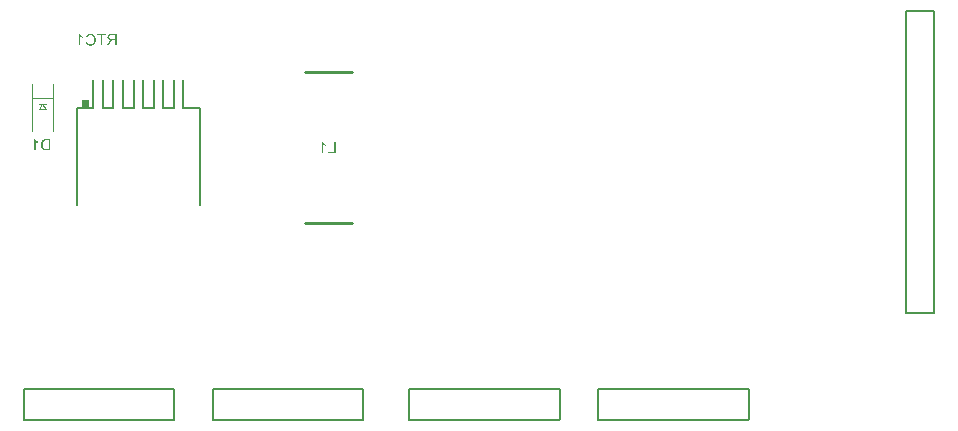
<source format=gbr>
%TF.GenerationSoftware,Altium Limited,Altium Designer,24.6.1 (21)*%
G04 Layer_Color=32896*
%FSLAX45Y45*%
%MOMM*%
%TF.SameCoordinates,C77CD831-7174-4571-8234-5D84135F7459*%
%TF.FilePolarity,Positive*%
%TF.FileFunction,Legend,Bot*%
%TF.Part,Single*%
G01*
G75*
%TA.AperFunction,NonConductor*%
%ADD36C,0.10000*%
%ADD37C,0.20000*%
%ADD38C,0.25400*%
G36*
X4063100Y5209520D02*
X4003100D01*
Y5279520D01*
X4063100D01*
Y5209520D01*
D02*
G37*
G36*
X3610195Y4948857D02*
X3611830Y4946480D01*
X3613613Y4944251D01*
X3615396Y4942171D01*
X3617030Y4940536D01*
X3618368Y4939199D01*
X3619259Y4938307D01*
X3619408Y4938159D01*
X3619556Y4938010D01*
X3622380Y4935633D01*
X3625351Y4933404D01*
X3628323Y4931472D01*
X3630998Y4929838D01*
X3633375Y4928500D01*
X3634415Y4928055D01*
X3635307Y4927609D01*
X3635901Y4927163D01*
X3636496Y4926866D01*
X3636793Y4926717D01*
X3636941D01*
Y4914979D01*
X3634861Y4915870D01*
X3632632Y4916910D01*
X3630552Y4917802D01*
X3628620Y4918842D01*
X3626986Y4919734D01*
X3625649Y4920477D01*
X3624757Y4921071D01*
X3624608Y4921220D01*
X3624460D01*
X3621934Y4922705D01*
X3619705Y4924340D01*
X3617773Y4925677D01*
X3616139Y4927015D01*
X3614802Y4928055D01*
X3613761Y4928798D01*
X3613167Y4929392D01*
X3613018Y4929541D01*
Y4853165D01*
X3600983D01*
Y4951235D01*
X3608858D01*
X3610195Y4948857D01*
D02*
G37*
G36*
X3739617Y4853165D02*
X3704550D01*
X3701281Y4853314D01*
X3698309Y4853462D01*
X3695634Y4853760D01*
X3693406Y4854057D01*
X3691474Y4854354D01*
X3690137Y4854503D01*
X3689245Y4854800D01*
X3688948D01*
X3686422Y4855543D01*
X3684193Y4856286D01*
X3682261Y4857029D01*
X3680627Y4857772D01*
X3679290Y4858515D01*
X3678249Y4859109D01*
X3677506Y4859406D01*
X3677358Y4859555D01*
X3675575Y4860892D01*
X3673940Y4862378D01*
X3672306Y4863864D01*
X3671117Y4865201D01*
X3669928Y4866538D01*
X3669185Y4867579D01*
X3668591Y4868173D01*
X3668442Y4868470D01*
X3666957Y4870699D01*
X3665619Y4873076D01*
X3664431Y4875454D01*
X3663539Y4877683D01*
X3662796Y4879763D01*
X3662202Y4881249D01*
X3662053Y4881843D01*
X3661905Y4882289D01*
X3661756Y4882586D01*
Y4882735D01*
X3660864Y4886004D01*
X3660270Y4889421D01*
X3659676Y4892839D01*
X3659379Y4895811D01*
X3659230Y4898485D01*
Y4899674D01*
X3659081Y4900566D01*
Y4901457D01*
Y4902051D01*
Y4902349D01*
Y4902497D01*
X3659230Y4907252D01*
X3659676Y4911561D01*
X3660270Y4915425D01*
X3660716Y4917208D01*
X3661013Y4918842D01*
X3661310Y4920328D01*
X3661756Y4921665D01*
X3662053Y4922854D01*
X3662350Y4923746D01*
X3662647Y4924488D01*
X3662796Y4925083D01*
X3662945Y4925380D01*
Y4925529D01*
X3664579Y4929243D01*
X3666362Y4932512D01*
X3668294Y4935336D01*
X3670226Y4937713D01*
X3671860Y4939645D01*
X3673197Y4941131D01*
X3674238Y4942022D01*
X3674386Y4942319D01*
X3674535D01*
X3676912Y4944102D01*
X3679290Y4945588D01*
X3681667Y4946777D01*
X3683896Y4947669D01*
X3685828Y4948411D01*
X3687462Y4948857D01*
X3688056Y4949154D01*
X3688354D01*
X3688651Y4949303D01*
X3688799D01*
X3691177Y4949749D01*
X3694000Y4950195D01*
X3696972Y4950492D01*
X3699646Y4950640D01*
X3702172Y4950789D01*
X3739617D01*
Y4853165D01*
D02*
G37*
G36*
X6046891Y4923457D02*
X6048525Y4921080D01*
X6050308Y4918851D01*
X6052092Y4916771D01*
X6053726Y4915136D01*
X6055063Y4913799D01*
X6055955Y4912907D01*
X6056103Y4912759D01*
X6056252Y4912610D01*
X6059075Y4910233D01*
X6062047Y4908004D01*
X6065019Y4906072D01*
X6067693Y4904438D01*
X6070071Y4903100D01*
X6071111Y4902655D01*
X6072003Y4902209D01*
X6072597Y4901763D01*
X6073191Y4901466D01*
X6073488Y4901317D01*
X6073637D01*
Y4889579D01*
X6071557Y4890470D01*
X6069328Y4891510D01*
X6067248Y4892402D01*
X6065316Y4893442D01*
X6063682Y4894334D01*
X6062344Y4895077D01*
X6061453Y4895671D01*
X6061304Y4895820D01*
X6061156D01*
X6058629Y4897305D01*
X6056401Y4898940D01*
X6054469Y4900277D01*
X6052834Y4901615D01*
X6051497Y4902655D01*
X6050457Y4903398D01*
X6049863Y4903992D01*
X6049714Y4904141D01*
Y4827765D01*
X6037678D01*
Y4925835D01*
X6045554D01*
X6046891Y4923457D01*
D02*
G37*
G36*
X6154321Y4827765D02*
X6093400D01*
Y4839207D01*
X6141394D01*
Y4925389D01*
X6154321D01*
Y4827765D01*
D02*
G37*
G36*
X3989381Y5838080D02*
X3991016Y5835703D01*
X3992799Y5833474D01*
X3994582Y5831394D01*
X3996216Y5829759D01*
X3997554Y5828422D01*
X3998445Y5827530D01*
X3998594Y5827382D01*
X3998742Y5827233D01*
X4001566Y5824856D01*
X4004537Y5822627D01*
X4007509Y5820695D01*
X4010184Y5819061D01*
X4012561Y5817723D01*
X4013601Y5817278D01*
X4014493Y5816832D01*
X4015087Y5816386D01*
X4015682Y5816089D01*
X4015979Y5815940D01*
X4016127D01*
Y5804202D01*
X4014047Y5805093D01*
X4011818Y5806133D01*
X4009738Y5807025D01*
X4007806Y5808065D01*
X4006172Y5808957D01*
X4004835Y5809700D01*
X4003943Y5810294D01*
X4003794Y5810443D01*
X4003646D01*
X4001120Y5811928D01*
X3998891Y5813563D01*
X3996959Y5814900D01*
X3995325Y5816238D01*
X3993987Y5817278D01*
X3992947Y5818021D01*
X3992353Y5818615D01*
X3992204Y5818764D01*
Y5742388D01*
X3980169D01*
Y5840458D01*
X3988044D01*
X3989381Y5838080D01*
D02*
G37*
G36*
X4081358Y5841349D02*
X4085816Y5840755D01*
X4089828Y5839715D01*
X4091611Y5839269D01*
X4093246Y5838675D01*
X4094731Y5838080D01*
X4096217Y5837635D01*
X4097406Y5837040D01*
X4098298Y5836594D01*
X4099189Y5836297D01*
X4099784Y5836000D01*
X4100081Y5835703D01*
X4100229D01*
X4103944Y5833325D01*
X4107362Y5830502D01*
X4110185Y5827679D01*
X4112414Y5824856D01*
X4114345Y5822330D01*
X4115088Y5821290D01*
X4115683Y5820398D01*
X4116128Y5819507D01*
X4116426Y5818912D01*
X4116723Y5818615D01*
Y5818466D01*
X4118654Y5814157D01*
X4120140Y5809551D01*
X4121032Y5805093D01*
X4121775Y5800933D01*
X4122072Y5799001D01*
X4122221Y5797367D01*
X4122369Y5795732D01*
Y5794395D01*
X4122518Y5793355D01*
Y5792612D01*
Y5792017D01*
Y5791869D01*
X4122369Y5786668D01*
X4121775Y5781913D01*
X4120883Y5777456D01*
X4120438Y5775375D01*
X4119992Y5773592D01*
X4119546Y5771809D01*
X4119100Y5770323D01*
X4118654Y5768986D01*
X4118209Y5767797D01*
X4117911Y5766906D01*
X4117614Y5766311D01*
X4117466Y5765866D01*
Y5765717D01*
X4115385Y5761408D01*
X4112859Y5757693D01*
X4110482Y5754424D01*
X4107956Y5751898D01*
X4105876Y5749818D01*
X4104093Y5748332D01*
X4103350Y5747886D01*
X4102904Y5747440D01*
X4102607Y5747292D01*
X4102458Y5747143D01*
X4100526Y5745954D01*
X4098446Y5745063D01*
X4094286Y5743428D01*
X4089977Y5742388D01*
X4085816Y5741497D01*
X4084033Y5741348D01*
X4082250Y5741051D01*
X4080764Y5740902D01*
X4079427D01*
X4078238Y5740754D01*
X4076752D01*
X4073929Y5740902D01*
X4071254Y5741051D01*
X4066351Y5742091D01*
X4064122Y5742685D01*
X4061893Y5743428D01*
X4059961Y5744171D01*
X4058178Y5744914D01*
X4056544Y5745657D01*
X4055207Y5746400D01*
X4054018Y5747143D01*
X4052978Y5747738D01*
X4052086Y5748332D01*
X4051492Y5748778D01*
X4051195Y5748926D01*
X4051046Y5749075D01*
X4049114Y5750709D01*
X4047331Y5752492D01*
X4044359Y5756356D01*
X4041685Y5760368D01*
X4039753Y5764380D01*
X4038862Y5766163D01*
X4038267Y5767797D01*
X4037673Y5769432D01*
X4037079Y5770620D01*
X4036781Y5771809D01*
X4036484Y5772552D01*
X4036336Y5773146D01*
Y5773295D01*
X4049263Y5776564D01*
X4050452Y5772255D01*
X4051938Y5768392D01*
X4053721Y5765271D01*
X4055355Y5762597D01*
X4056990Y5760665D01*
X4058327Y5759179D01*
X4059218Y5758287D01*
X4059367Y5758139D01*
X4059516Y5757990D01*
X4062487Y5755910D01*
X4065459Y5754424D01*
X4068580Y5753235D01*
X4071403Y5752492D01*
X4073929Y5752047D01*
X4075118Y5751898D01*
X4076009D01*
X4076752Y5751749D01*
X4077792D01*
X4081061Y5751898D01*
X4084182Y5752492D01*
X4087005Y5753235D01*
X4089382Y5753978D01*
X4091462Y5754870D01*
X4093097Y5755464D01*
X4093691Y5755761D01*
X4094137Y5756059D01*
X4094286Y5756207D01*
X4094434D01*
X4097109Y5758139D01*
X4099338Y5760368D01*
X4101269Y5762597D01*
X4102904Y5764974D01*
X4104093Y5766906D01*
X4104836Y5768689D01*
X4105133Y5769283D01*
X4105430Y5769729D01*
X4105579Y5770026D01*
Y5770175D01*
X4106767Y5773741D01*
X4107659Y5777456D01*
X4108253Y5781170D01*
X4108699Y5784588D01*
X4108848Y5786074D01*
X4108996Y5787411D01*
Y5788748D01*
X4109145Y5789789D01*
Y5790680D01*
Y5791274D01*
Y5791720D01*
Y5791869D01*
X4108996Y5795435D01*
X4108699Y5798853D01*
X4108253Y5801973D01*
X4107659Y5804796D01*
X4107064Y5807174D01*
X4106916Y5808214D01*
X4106619Y5808957D01*
X4106470Y5809700D01*
X4106321Y5810145D01*
X4106173Y5810443D01*
Y5810591D01*
X4104836Y5813860D01*
X4103201Y5816832D01*
X4101418Y5819209D01*
X4099784Y5821290D01*
X4098149Y5822924D01*
X4096812Y5824113D01*
X4095920Y5824856D01*
X4095772Y5825153D01*
X4095623D01*
X4092651Y5826936D01*
X4089531Y5828273D01*
X4086410Y5829313D01*
X4083439Y5829908D01*
X4080764Y5830354D01*
X4079724Y5830502D01*
X4078684D01*
X4077941Y5830651D01*
X4076901D01*
X4073334Y5830502D01*
X4070214Y5829908D01*
X4067391Y5829165D01*
X4065162Y5828273D01*
X4063230Y5827233D01*
X4061893Y5826490D01*
X4061002Y5825896D01*
X4060704Y5825747D01*
X4058327Y5823667D01*
X4056395Y5821290D01*
X4054612Y5818615D01*
X4053275Y5816089D01*
X4052235Y5813860D01*
X4051789Y5812820D01*
X4051343Y5811928D01*
X4051046Y5811185D01*
X4050897Y5810591D01*
X4050749Y5810294D01*
Y5810145D01*
X4037970Y5813117D01*
X4039753Y5817872D01*
X4040793Y5820101D01*
X4041833Y5822033D01*
X4043022Y5823964D01*
X4044211Y5825747D01*
X4045251Y5827233D01*
X4046440Y5828719D01*
X4047480Y5829908D01*
X4048520Y5830948D01*
X4049560Y5831988D01*
X4050303Y5832731D01*
X4051046Y5833325D01*
X4051492Y5833771D01*
X4051789Y5833920D01*
X4051938Y5834068D01*
X4053869Y5835406D01*
X4055801Y5836594D01*
X4057881Y5837635D01*
X4059961Y5838526D01*
X4064122Y5839863D01*
X4067985Y5840755D01*
X4069768Y5841052D01*
X4071403Y5841201D01*
X4072889Y5841349D01*
X4074077Y5841498D01*
X4075118Y5841646D01*
X4076603D01*
X4081358Y5841349D01*
D02*
G37*
G36*
X4300231Y5742388D02*
X4287304D01*
Y5785777D01*
X4270662D01*
X4269176Y5785628D01*
X4267987D01*
X4266947Y5785479D01*
X4266204Y5785331D01*
X4265610D01*
X4265313Y5785182D01*
X4265164D01*
X4262935Y5784439D01*
X4261152Y5783548D01*
X4260409Y5783102D01*
X4259815Y5782805D01*
X4259518Y5782656D01*
X4259369Y5782508D01*
X4258180Y5781765D01*
X4257140Y5780725D01*
X4254911Y5778644D01*
X4254169Y5777604D01*
X4253426Y5776713D01*
X4252980Y5776118D01*
X4252831Y5775970D01*
X4251345Y5774038D01*
X4249859Y5771958D01*
X4248225Y5769729D01*
X4246739Y5767500D01*
X4245402Y5765568D01*
X4244362Y5764082D01*
X4244064Y5763488D01*
X4243767Y5763042D01*
X4243470Y5762745D01*
Y5762597D01*
X4230543Y5742388D01*
X4214346D01*
X4231286Y5768837D01*
X4233217Y5771661D01*
X4235149Y5774187D01*
X4236932Y5776415D01*
X4238567Y5778347D01*
X4239904Y5779833D01*
X4240944Y5781022D01*
X4241687Y5781616D01*
X4241984Y5781913D01*
X4243024Y5782805D01*
X4244362Y5783696D01*
X4246888Y5785331D01*
X4247928Y5785925D01*
X4248819Y5786371D01*
X4249414Y5786668D01*
X4249711Y5786817D01*
X4247185Y5787262D01*
X4244807Y5787708D01*
X4242579Y5788303D01*
X4240647Y5789046D01*
X4238715Y5789789D01*
X4237081Y5790531D01*
X4235446Y5791274D01*
X4234109Y5792017D01*
X4232920Y5792760D01*
X4231880Y5793355D01*
X4230988Y5794098D01*
X4230246Y5794543D01*
X4229800Y5795138D01*
X4229354Y5795435D01*
X4229057Y5795732D01*
X4227868Y5797069D01*
X4226828Y5798555D01*
X4225045Y5801527D01*
X4223856Y5804350D01*
X4223113Y5807174D01*
X4222519Y5809551D01*
X4222370Y5810591D01*
Y5811483D01*
X4222222Y5812226D01*
Y5812820D01*
Y5813117D01*
Y5813266D01*
X4222370Y5816238D01*
X4222816Y5818912D01*
X4223559Y5821438D01*
X4224302Y5823667D01*
X4225045Y5825450D01*
X4225788Y5826787D01*
X4226234Y5827679D01*
X4226382Y5827976D01*
X4228017Y5830354D01*
X4229800Y5832285D01*
X4231583Y5833920D01*
X4233366Y5835108D01*
X4234852Y5836149D01*
X4236041Y5836892D01*
X4236932Y5837189D01*
X4237081Y5837337D01*
X4237229D01*
X4238567Y5837783D01*
X4240052Y5838229D01*
X4243173Y5838823D01*
X4246442Y5839418D01*
X4249562Y5839715D01*
X4252534Y5839863D01*
X4253723D01*
X4254911Y5840012D01*
X4300231D01*
Y5742388D01*
D02*
G37*
G36*
X4209294Y5828571D02*
X4177199D01*
Y5742388D01*
X4164272D01*
Y5828571D01*
X4132176D01*
Y5840012D01*
X4209294D01*
Y5828571D01*
D02*
G37*
%LPC*%
G36*
X3726690Y4939348D02*
X3706333D01*
X3702321Y4939199D01*
X3698903Y4939050D01*
X3696080Y4938753D01*
X3693703Y4938307D01*
X3691920Y4937862D01*
X3690731Y4937564D01*
X3689988Y4937416D01*
X3689691Y4937267D01*
X3687165Y4935930D01*
X3684787Y4934295D01*
X3682707Y4932512D01*
X3680924Y4930581D01*
X3679438Y4928946D01*
X3678398Y4927460D01*
X3677952Y4926866D01*
X3677804Y4926420D01*
X3677506Y4926272D01*
Y4926123D01*
X3676615Y4924488D01*
X3675872Y4922705D01*
X3674535Y4918991D01*
X3673643Y4915127D01*
X3673049Y4911264D01*
X3672900Y4909629D01*
X3672752Y4907995D01*
X3672603Y4906509D01*
X3672454Y4905172D01*
Y4904132D01*
Y4903389D01*
Y4902794D01*
Y4902646D01*
X3672603Y4898634D01*
X3672900Y4895068D01*
X3673346Y4891799D01*
X3673792Y4888975D01*
X3674238Y4886747D01*
X3674535Y4885855D01*
X3674683Y4885112D01*
X3674832Y4884518D01*
X3674980Y4884072D01*
X3675129Y4883923D01*
Y4883775D01*
X3676169Y4881100D01*
X3677358Y4878574D01*
X3678547Y4876494D01*
X3679587Y4874711D01*
X3680627Y4873374D01*
X3681518Y4872333D01*
X3682113Y4871590D01*
X3682261Y4871442D01*
X3683599Y4870253D01*
X3684936Y4869213D01*
X3686422Y4868470D01*
X3687908Y4867727D01*
X3689097Y4867133D01*
X3690137Y4866687D01*
X3690731Y4866538D01*
X3691028Y4866390D01*
X3693257Y4865795D01*
X3695634Y4865350D01*
X3698160Y4865053D01*
X3700538Y4864904D01*
X3702767Y4864755D01*
X3704401Y4864607D01*
X3726690D01*
Y4939348D01*
D02*
G37*
G36*
X4287304Y5829165D02*
X4256546D01*
X4252683Y5829016D01*
X4249414Y5828422D01*
X4246739Y5827828D01*
X4244510Y5826936D01*
X4242876Y5826193D01*
X4241538Y5825450D01*
X4240944Y5824856D01*
X4240647Y5824707D01*
X4239012Y5822924D01*
X4237675Y5820992D01*
X4236783Y5819061D01*
X4236189Y5817278D01*
X4235892Y5815643D01*
X4235595Y5814454D01*
Y5813563D01*
Y5813414D01*
Y5813266D01*
X4235743Y5811483D01*
X4236041Y5809848D01*
X4236486Y5808362D01*
X4236932Y5807174D01*
X4237378Y5805985D01*
X4237824Y5805242D01*
X4238121Y5804648D01*
X4238269Y5804499D01*
X4239310Y5803162D01*
X4240498Y5801973D01*
X4241836Y5800933D01*
X4243024Y5800041D01*
X4244064Y5799447D01*
X4244956Y5799001D01*
X4245550Y5798853D01*
X4245847Y5798704D01*
X4247779Y5798110D01*
X4250008Y5797664D01*
X4252385Y5797367D01*
X4254614Y5797218D01*
X4256546Y5797069D01*
X4258180Y5796921D01*
X4287304D01*
Y5829165D01*
D02*
G37*
%LPD*%
D36*
X3640303Y5244699D02*
X3700302D01*
X3642802Y5202199D02*
X3670300Y5244699D01*
X3697798Y5202199D01*
X3642802D02*
X3697798D01*
X3580298Y5019700D02*
Y5419700D01*
X3760302Y5019700D02*
Y5419700D01*
X3580298Y5299700D02*
X3760302D01*
D37*
X4863099Y5209520D02*
X5003099D01*
X4863099D02*
Y5449519D01*
X4783099Y5209520D02*
Y5449519D01*
X4693102Y5209520D02*
X4783099D01*
X4693102D02*
Y5449519D01*
X4613102Y5209520D02*
Y5449519D01*
X4523100Y5209520D02*
X4613102D01*
X4523100D02*
Y5449519D01*
X4443100Y5209520D02*
Y5449519D01*
X4353098Y5209520D02*
X4443100D01*
X4353098D02*
Y5449519D01*
X4273098Y5209520D02*
Y5449519D01*
X4183101Y5209520D02*
X4273098D01*
X4183101D02*
Y5449519D01*
X4103101Y5209520D02*
Y5449519D01*
X3963101Y5209520D02*
X4103101D01*
X3963101Y4389521D02*
Y5209520D01*
X5003099Y4389521D02*
Y5209520D01*
X8051800Y2577602D02*
Y2835102D01*
X6779301D02*
X8051800D01*
X6779301Y2575098D02*
Y2835102D01*
Y2575098D02*
X8049301D01*
X6388100Y2577602D02*
Y2835102D01*
X5115601D02*
X6388100D01*
X5115601Y2575098D02*
Y2835102D01*
Y2575098D02*
X6385601D01*
X4787900Y2577602D02*
Y2835102D01*
X3515401D02*
X4787900D01*
X3515401Y2575098D02*
Y2835102D01*
Y2575098D02*
X4785401D01*
X9652000Y2577602D02*
Y2835102D01*
X8379501D02*
X9652000D01*
X8379501Y2575103D02*
Y2835102D01*
Y2575103D02*
X9649501D01*
X10979800Y3481299D02*
X11219800D01*
Y6032500D01*
X10979800D02*
X11219800D01*
X10979800Y3481299D02*
Y6032500D01*
D38*
X5896000Y4236801D02*
X6296000D01*
X5896000Y5516799D02*
X6296000D01*
%TF.MD5,71b56cb28edc4a648b9950b33f0d535f*%
M02*

</source>
